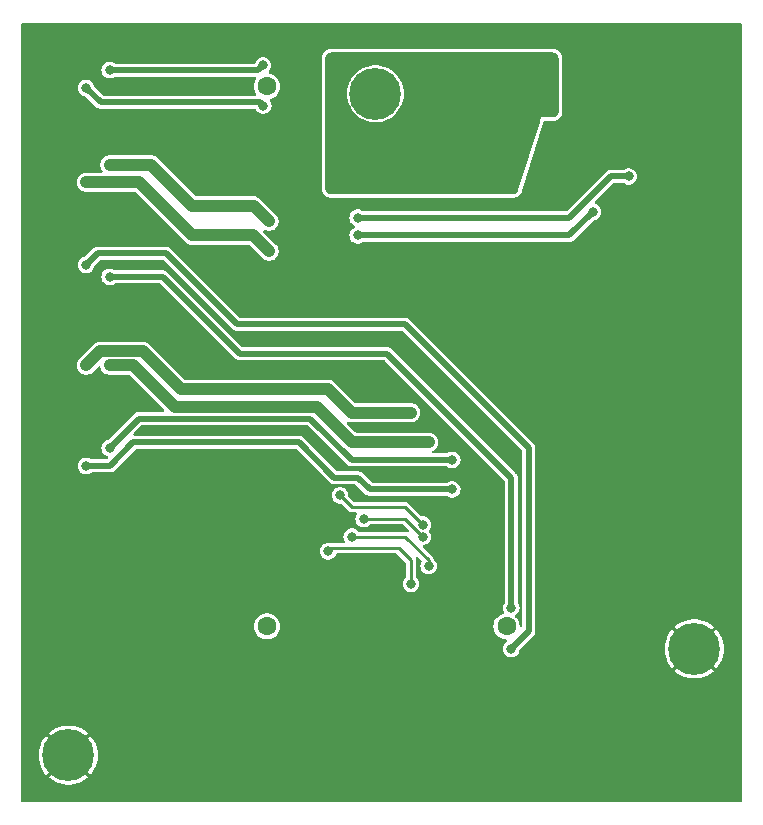
<source format=gbl>
%TF.GenerationSoftware,KiCad,Pcbnew,8.0.4*%
%TF.CreationDate,2024-09-18T19:52:04+02:00*%
%TF.ProjectId,fredo,66726564-6f2e-46b6-9963-61645f706362,rev?*%
%TF.SameCoordinates,Original*%
%TF.FileFunction,Copper,L2,Bot*%
%TF.FilePolarity,Positive*%
%FSLAX46Y46*%
G04 Gerber Fmt 4.6, Leading zero omitted, Abs format (unit mm)*
G04 Created by KiCad (PCBNEW 8.0.4) date 2024-09-18 19:52:04*
%MOMM*%
%LPD*%
G01*
G04 APERTURE LIST*
%TA.AperFunction,ComponentPad*%
%ADD10C,4.400000*%
%TD*%
%TA.AperFunction,ComponentPad*%
%ADD11C,1.600000*%
%TD*%
%TA.AperFunction,ViaPad*%
%ADD12C,0.800000*%
%TD*%
%TA.AperFunction,Conductor*%
%ADD13C,0.500000*%
%TD*%
%TA.AperFunction,Conductor*%
%ADD14C,1.000000*%
%TD*%
%TA.AperFunction,Conductor*%
%ADD15C,0.250000*%
%TD*%
G04 APERTURE END LIST*
D10*
%TO.P,H3,1,1*%
%TO.N,GND*%
X87000000Y-87000000D03*
%TD*%
D11*
%TO.P,J1,*%
%TO.N,*%
X50820000Y-39370000D03*
X50820000Y-85090000D03*
%TD*%
D10*
%TO.P,H2,1,1*%
%TO.N,GND*%
X34000000Y-96000000D03*
%TD*%
D11*
%TO.P,J2,*%
%TO.N,VSYS*%
X71100000Y-39370000D03*
%TO.N,*%
X71100000Y-85090000D03*
%TD*%
D10*
%TO.P,H1,1,1*%
%TO.N,GND*%
X60000000Y-40000000D03*
%TD*%
D12*
%TO.N,GND*%
X81000000Y-87000000D03*
X82500000Y-85500000D03*
X79500000Y-85500000D03*
X76000000Y-60000000D03*
X86000000Y-70500000D03*
X58500000Y-61000000D03*
X57000000Y-58500000D03*
X59000000Y-57500000D03*
X59000000Y-54500000D03*
X69500000Y-75000000D03*
X69500000Y-72500000D03*
X50500000Y-75000000D03*
X50500000Y-72500000D03*
%TO.N,I2C1_SCL{slash}GP7*%
X78425000Y-50000000D03*
X58500000Y-52000000D03*
%TO.N,I2C1_SDA{slash}GP6*%
X81425000Y-47000000D03*
X58500000Y-50500000D03*
%TO.N,UART1_TX{slash}SPI0_RX{slash}GP4*%
X37500000Y-46000000D03*
X51000000Y-50800000D03*
%TO.N,GP13*%
X63000000Y-81500000D03*
X56000000Y-78740000D03*
%TO.N,GND*%
X43500000Y-43000000D03*
X53000000Y-94500000D03*
X58500000Y-88500000D03*
X51000000Y-89000000D03*
X43500000Y-79000000D03*
X62000000Y-80500000D03*
X33500000Y-73000000D03*
X65500000Y-86000000D03*
X80000000Y-38000000D03*
X56500000Y-83500000D03*
X86000000Y-54500000D03*
X53500000Y-89000000D03*
X56500000Y-50500000D03*
X62000000Y-93500000D03*
X33500000Y-57000000D03*
X62000000Y-96500000D03*
X81000000Y-85500000D03*
X39000000Y-85000000D03*
X33500000Y-49000000D03*
X53000000Y-93000000D03*
X48000000Y-89000000D03*
X86000000Y-46500000D03*
X59500000Y-63500000D03*
X42000000Y-83500000D03*
X80925000Y-63000000D03*
X56500000Y-49500000D03*
X34500000Y-90500000D03*
X60000000Y-84000000D03*
X65500000Y-85000000D03*
X63000000Y-56000000D03*
X65500000Y-83000000D03*
X58500000Y-85000000D03*
X56500000Y-88500000D03*
X43500000Y-59000000D03*
X43500000Y-82000000D03*
X33000000Y-87500000D03*
X51000000Y-94500000D03*
X65500000Y-87000000D03*
X58500000Y-82000000D03*
X43500000Y-85000000D03*
X33000000Y-86300000D03*
X62000000Y-98000000D03*
X40500000Y-85000000D03*
X33000000Y-89000000D03*
X58500000Y-83500000D03*
X65500000Y-84000000D03*
X42000000Y-85000000D03*
X56500000Y-80500000D03*
X40500000Y-83500000D03*
X86000000Y-62500000D03*
X60000000Y-85500000D03*
X86000000Y-38500000D03*
X33000000Y-90500000D03*
X33500000Y-65000000D03*
X58500000Y-80500000D03*
X51000000Y-96000000D03*
X53000000Y-96000000D03*
X63000000Y-54500000D03*
X63000000Y-53000000D03*
X53000000Y-97500000D03*
X58500000Y-86500000D03*
X80500000Y-55000000D03*
X56500000Y-82000000D03*
X81500000Y-45000000D03*
X33500000Y-41000000D03*
X43500000Y-73000000D03*
X62000000Y-95000000D03*
X43500000Y-80500000D03*
X56500000Y-85000000D03*
X56500000Y-86500000D03*
X43500000Y-83500000D03*
X58500000Y-64500000D03*
%TO.N,UART1_RX{slash}SPI0_CS{slash}GP5*%
X35500000Y-47500000D03*
X51000000Y-53340000D03*
%TO.N,UART0_RX{slash}GP1*%
X35500000Y-39500000D03*
X50500000Y-41000000D03*
%TO.N,GP11*%
X59000000Y-76000000D03*
X64000000Y-77500000D03*
%TO.N,GP12*%
X64500000Y-80000000D03*
X58000000Y-77500000D03*
%TO.N,UART0_TX{slash}GP0*%
X50478149Y-37600000D03*
X37500000Y-38000000D03*
%TO.N,GP10*%
X57000000Y-74000000D03*
X64012653Y-76487347D03*
%TO.N,VSYS*%
X65000000Y-44500000D03*
X60500000Y-43000000D03*
X59000000Y-43000000D03*
X62000000Y-43000000D03*
X63500000Y-43000000D03*
X59500000Y-47000000D03*
X57500000Y-43000000D03*
X65000000Y-40000000D03*
X65000000Y-43000000D03*
X61000000Y-47000000D03*
X65000000Y-41500000D03*
X65000000Y-38500000D03*
%TO.N,GP16*%
X35500000Y-54500000D03*
X71500000Y-87000000D03*
%TO.N,GP17*%
X37500000Y-55500000D03*
X71500000Y-83500000D03*
%TO.N,GP18*%
X35500000Y-63000000D03*
X63000000Y-67000000D03*
%TO.N,GP19*%
X64500000Y-69500000D03*
X37500000Y-63000000D03*
%TO.N,GP20*%
X35500000Y-71500000D03*
X66500000Y-73500000D03*
%TO.N,GP21*%
X37500000Y-70000000D03*
X66500000Y-71000000D03*
%TD*%
D13*
%TO.N,I2C1_SCL{slash}GP7*%
X76425000Y-52000000D02*
X58500000Y-52000000D01*
X78425000Y-50000000D02*
X76425000Y-52000000D01*
%TO.N,I2C1_SDA{slash}GP6*%
X79925000Y-47000000D02*
X76425000Y-50500000D01*
X81425000Y-47000000D02*
X79925000Y-47000000D01*
X76425000Y-50500000D02*
X58500000Y-50500000D01*
D14*
%TO.N,UART1_TX{slash}SPI0_RX{slash}GP4*%
X49700000Y-49500000D02*
X44500000Y-49500000D01*
X41000000Y-46000000D02*
X44500000Y-49500000D01*
X51000000Y-50800000D02*
X49700000Y-49500000D01*
X37500000Y-46000000D02*
X41000000Y-46000000D01*
D15*
%TO.N,GP13*%
X56000000Y-78740000D02*
X56240000Y-78500000D01*
X62000000Y-78500000D02*
X63000000Y-79500000D01*
X56240000Y-78500000D02*
X62000000Y-78500000D01*
X63000000Y-79500000D02*
X63000000Y-81500000D01*
D14*
%TO.N,UART1_RX{slash}SPI0_CS{slash}GP5*%
X35500000Y-47500000D02*
X40000000Y-47500000D01*
X40000000Y-47500000D02*
X44500000Y-52000000D01*
X51000000Y-53340000D02*
X49660000Y-52000000D01*
X49660000Y-52000000D02*
X44500000Y-52000000D01*
D13*
%TO.N,UART0_RX{slash}GP1*%
X50232504Y-40732504D02*
X36732504Y-40732504D01*
X36732504Y-40732504D02*
X35500000Y-39500000D01*
X50500000Y-41000000D02*
X50232504Y-40732504D01*
D15*
%TO.N,GP11*%
X64000000Y-77500000D02*
X62500000Y-76000000D01*
X62500000Y-76000000D02*
X59000000Y-76000000D01*
%TO.N,GP12*%
X64500000Y-79500000D02*
X62500000Y-77500000D01*
X64500000Y-80000000D02*
X64500000Y-79500000D01*
X62500000Y-77500000D02*
X58000000Y-77500000D01*
D13*
%TO.N,UART0_TX{slash}GP0*%
X37507496Y-38007496D02*
X37500000Y-38000000D01*
X50478149Y-37600000D02*
X50070653Y-38007496D01*
X50070653Y-38007496D02*
X37507496Y-38007496D01*
D15*
%TO.N,GP10*%
X64012652Y-76487347D02*
X62525305Y-75000000D01*
X62525305Y-75000000D02*
X58000000Y-75000000D01*
X58000000Y-75000000D02*
X57000000Y-74000000D01*
X64012653Y-76487347D02*
X64012652Y-76487347D01*
D13*
%TO.N,GP16*%
X42250000Y-53500000D02*
X36500000Y-53500000D01*
X71500000Y-87000000D02*
X73000000Y-85500000D01*
X36500000Y-53500000D02*
X35500000Y-54500000D01*
X73000000Y-85500000D02*
X73000000Y-70000000D01*
X73000000Y-70000000D02*
X62500000Y-59500000D01*
X48250000Y-59500000D02*
X42250000Y-53500000D01*
X62500000Y-59500000D02*
X48250000Y-59500000D01*
%TO.N,GP17*%
X48500000Y-62000000D02*
X42000000Y-55500000D01*
X71500000Y-83500000D02*
X71500000Y-72500000D01*
X61000000Y-62000000D02*
X48500000Y-62000000D01*
X42000000Y-55500000D02*
X37500000Y-55500000D01*
X71500000Y-72500000D02*
X61000000Y-62000000D01*
D14*
%TO.N,GP18*%
X58000000Y-67000000D02*
X56000000Y-65000000D01*
X40300000Y-61800000D02*
X36700000Y-61800000D01*
X56000000Y-65000000D02*
X43500000Y-65000000D01*
X43500000Y-65000000D02*
X40300000Y-61800000D01*
X63000000Y-67000000D02*
X58000000Y-67000000D01*
X36700000Y-61800000D02*
X35500000Y-63000000D01*
%TO.N,GP19*%
X64500000Y-69500000D02*
X58000000Y-69500000D01*
X39500000Y-63000000D02*
X37500000Y-63000000D01*
X43050000Y-66550000D02*
X39500000Y-63000000D01*
X55050000Y-66550000D02*
X43050000Y-66550000D01*
X58000000Y-69500000D02*
X55050000Y-66550000D01*
D13*
%TO.N,GP20*%
X66500000Y-73500000D02*
X59500000Y-73500000D01*
X37500000Y-71500000D02*
X35500000Y-71500000D01*
X39500000Y-69500000D02*
X37500000Y-71500000D01*
X58500000Y-72500000D02*
X56500000Y-72500000D01*
X53500000Y-69500000D02*
X39500000Y-69500000D01*
X59500000Y-73500000D02*
X58500000Y-72500000D01*
X56500000Y-72500000D02*
X53500000Y-69500000D01*
%TO.N,GP21*%
X54500000Y-67500000D02*
X40000000Y-67500000D01*
X58000000Y-71000000D02*
X54500000Y-67500000D01*
X66500000Y-71000000D02*
X58000000Y-71000000D01*
X40000000Y-67500000D02*
X37500000Y-70000000D01*
%TD*%
%TA.AperFunction,Conductor*%
%TO.N,VSYS*%
G36*
X75008059Y-36501061D02*
G01*
X75113223Y-36514906D01*
X75144491Y-36523284D01*
X75234918Y-36560740D01*
X75262952Y-36576925D01*
X75340602Y-36636509D01*
X75363491Y-36659398D01*
X75423074Y-36737048D01*
X75439259Y-36765081D01*
X75476715Y-36855508D01*
X75485093Y-36886775D01*
X75498939Y-36991939D01*
X75500000Y-37008125D01*
X75500000Y-41491874D01*
X75498939Y-41508060D01*
X75485093Y-41613224D01*
X75476715Y-41644491D01*
X75439259Y-41734918D01*
X75423074Y-41762951D01*
X75363491Y-41840601D01*
X75340601Y-41863491D01*
X75262951Y-41923074D01*
X75234918Y-41939259D01*
X75144491Y-41976715D01*
X75113224Y-41985093D01*
X75019398Y-41997446D01*
X75008058Y-41998939D01*
X74991874Y-42000000D01*
X74000000Y-42000000D01*
X73891399Y-42352951D01*
X73891398Y-42352955D01*
X72111507Y-48137599D01*
X72104236Y-48155908D01*
X72047429Y-48271279D01*
X72024719Y-48303321D01*
X71941689Y-48387994D01*
X71910095Y-48411329D01*
X71804748Y-48465787D01*
X71767444Y-48478069D01*
X71653498Y-48496345D01*
X71640469Y-48498435D01*
X71620833Y-48500000D01*
X56258126Y-48500000D01*
X56241941Y-48498939D01*
X56228917Y-48497224D01*
X56136775Y-48485093D01*
X56105508Y-48476715D01*
X56015081Y-48439259D01*
X55987048Y-48423074D01*
X55909398Y-48363491D01*
X55886508Y-48340601D01*
X55826925Y-48262951D01*
X55810740Y-48234918D01*
X55773284Y-48144491D01*
X55764906Y-48113223D01*
X55751061Y-48008059D01*
X55750000Y-47991874D01*
X55750000Y-39999994D01*
X57594754Y-39999994D01*
X57594754Y-40000005D01*
X57613718Y-40301446D01*
X57613719Y-40301453D01*
X57670320Y-40598164D01*
X57763659Y-40885431D01*
X57763661Y-40885436D01*
X57892265Y-41158732D01*
X57892268Y-41158738D01*
X58054111Y-41413763D01*
X58054114Y-41413767D01*
X58054115Y-41413768D01*
X58219119Y-41613224D01*
X58246652Y-41646505D01*
X58466836Y-41853272D01*
X58466846Y-41853280D01*
X58711193Y-42030808D01*
X58711198Y-42030810D01*
X58711205Y-42030816D01*
X58975896Y-42176332D01*
X58975901Y-42176334D01*
X58975903Y-42176335D01*
X58975904Y-42176336D01*
X59256734Y-42287524D01*
X59256737Y-42287525D01*
X59354259Y-42312564D01*
X59549302Y-42362642D01*
X59696039Y-42381179D01*
X59848963Y-42400499D01*
X59848969Y-42400499D01*
X59848973Y-42400500D01*
X59848975Y-42400500D01*
X60151025Y-42400500D01*
X60151027Y-42400500D01*
X60151032Y-42400499D01*
X60151036Y-42400499D01*
X60230591Y-42390448D01*
X60450698Y-42362642D01*
X60743262Y-42287525D01*
X60743265Y-42287524D01*
X61024095Y-42176336D01*
X61024096Y-42176335D01*
X61024094Y-42176335D01*
X61024104Y-42176332D01*
X61288795Y-42030816D01*
X61533162Y-41853274D01*
X61753349Y-41646504D01*
X61945885Y-41413768D01*
X62107733Y-41158736D01*
X62236341Y-40885430D01*
X62329681Y-40598160D01*
X62386280Y-40301457D01*
X62405246Y-40000000D01*
X62386280Y-39698543D01*
X62329681Y-39401840D01*
X62236341Y-39114570D01*
X62107733Y-38841264D01*
X61945885Y-38586232D01*
X61753349Y-38353496D01*
X61533162Y-38146726D01*
X61533159Y-38146724D01*
X61533153Y-38146719D01*
X61288806Y-37969191D01*
X61288799Y-37969186D01*
X61288795Y-37969184D01*
X61024104Y-37823668D01*
X61024101Y-37823666D01*
X61024096Y-37823664D01*
X61024095Y-37823663D01*
X60743265Y-37712475D01*
X60743262Y-37712474D01*
X60450695Y-37637357D01*
X60151036Y-37599500D01*
X60151027Y-37599500D01*
X59848973Y-37599500D01*
X59848963Y-37599500D01*
X59549304Y-37637357D01*
X59256737Y-37712474D01*
X59256734Y-37712475D01*
X58975904Y-37823663D01*
X58975903Y-37823664D01*
X58711205Y-37969184D01*
X58711193Y-37969191D01*
X58466846Y-38146719D01*
X58466836Y-38146727D01*
X58246652Y-38353494D01*
X58054111Y-38586236D01*
X57892268Y-38841261D01*
X57892265Y-38841267D01*
X57763661Y-39114563D01*
X57763659Y-39114568D01*
X57670320Y-39401835D01*
X57613719Y-39698546D01*
X57613718Y-39698553D01*
X57594754Y-39999994D01*
X55750000Y-39999994D01*
X55750000Y-37008125D01*
X55751061Y-36991940D01*
X55764906Y-36886776D01*
X55773284Y-36855508D01*
X55810740Y-36765081D01*
X55826923Y-36737050D01*
X55886513Y-36659392D01*
X55909392Y-36636513D01*
X55987050Y-36576923D01*
X56015079Y-36560740D01*
X56105509Y-36523283D01*
X56136775Y-36514906D01*
X56241941Y-36501061D01*
X56258126Y-36500000D01*
X74991874Y-36500000D01*
X75008059Y-36501061D01*
G37*
%TD.AperFunction*%
%TD*%
%TA.AperFunction,Conductor*%
%TO.N,GND*%
G36*
X90943039Y-34019685D02*
G01*
X90988794Y-34072489D01*
X91000000Y-34124000D01*
X91000000Y-99876000D01*
X90980315Y-99943039D01*
X90927511Y-99988794D01*
X90876000Y-100000000D01*
X30124000Y-100000000D01*
X30056961Y-99980315D01*
X30011206Y-99927511D01*
X30000000Y-99876000D01*
X30000000Y-95999994D01*
X31495057Y-95999994D01*
X31495057Y-96000005D01*
X31514807Y-96313942D01*
X31514808Y-96313949D01*
X31573755Y-96622958D01*
X31670963Y-96922132D01*
X31670965Y-96922137D01*
X31804900Y-97206761D01*
X31804903Y-97206767D01*
X31973455Y-97472364D01*
X32128312Y-97659554D01*
X33123219Y-96664647D01*
X33160967Y-96716602D01*
X33283398Y-96839033D01*
X33335351Y-96876779D01*
X32340759Y-97871371D01*
X32340759Y-97871372D01*
X32403296Y-97930098D01*
X32657772Y-98114985D01*
X32657790Y-98114996D01*
X32933447Y-98266540D01*
X32933455Y-98266544D01*
X33225926Y-98382340D01*
X33530620Y-98460573D01*
X33530629Y-98460575D01*
X33842701Y-98499999D01*
X33842715Y-98500000D01*
X34157285Y-98500000D01*
X34157298Y-98499999D01*
X34469370Y-98460575D01*
X34469379Y-98460573D01*
X34774073Y-98382340D01*
X35066544Y-98266544D01*
X35066552Y-98266540D01*
X35342209Y-98114996D01*
X35342219Y-98114990D01*
X35596715Y-97930087D01*
X35659239Y-97871372D01*
X35659239Y-97871371D01*
X34664647Y-96876779D01*
X34716602Y-96839033D01*
X34839033Y-96716602D01*
X34876779Y-96664647D01*
X35871686Y-97659555D01*
X36026539Y-97472371D01*
X36026542Y-97472367D01*
X36195096Y-97206767D01*
X36195099Y-97206761D01*
X36329034Y-96922137D01*
X36329036Y-96922132D01*
X36426244Y-96622958D01*
X36485191Y-96313949D01*
X36485192Y-96313942D01*
X36504943Y-96000005D01*
X36504943Y-95999994D01*
X36485192Y-95686057D01*
X36485191Y-95686050D01*
X36426244Y-95377041D01*
X36329036Y-95077867D01*
X36329034Y-95077862D01*
X36195099Y-94793238D01*
X36195096Y-94793232D01*
X36026544Y-94527635D01*
X35871685Y-94340443D01*
X34876778Y-95335351D01*
X34839033Y-95283398D01*
X34716602Y-95160967D01*
X34664647Y-95123220D01*
X35659239Y-94128627D01*
X35659239Y-94128626D01*
X35596712Y-94069909D01*
X35596702Y-94069901D01*
X35342227Y-93885014D01*
X35342209Y-93885003D01*
X35066552Y-93733459D01*
X35066544Y-93733455D01*
X34774073Y-93617659D01*
X34469379Y-93539426D01*
X34469370Y-93539424D01*
X34157298Y-93500000D01*
X33842701Y-93500000D01*
X33530629Y-93539424D01*
X33530620Y-93539426D01*
X33225926Y-93617659D01*
X32933455Y-93733455D01*
X32933447Y-93733459D01*
X32657790Y-93885003D01*
X32657772Y-93885014D01*
X32403297Y-94069901D01*
X32403287Y-94069909D01*
X32340759Y-94128626D01*
X32340758Y-94128627D01*
X33335352Y-95123220D01*
X33283398Y-95160967D01*
X33160967Y-95283398D01*
X33123220Y-95335351D01*
X32128312Y-94340443D01*
X32128311Y-94340443D01*
X31973459Y-94527629D01*
X31973457Y-94527632D01*
X31804903Y-94793232D01*
X31804900Y-94793238D01*
X31670965Y-95077862D01*
X31670963Y-95077867D01*
X31573755Y-95377041D01*
X31514808Y-95686050D01*
X31514807Y-95686057D01*
X31495057Y-95999994D01*
X30000000Y-95999994D01*
X30000000Y-85089999D01*
X49714785Y-85089999D01*
X49714785Y-85090000D01*
X49733602Y-85293082D01*
X49789417Y-85489247D01*
X49789422Y-85489260D01*
X49880327Y-85671821D01*
X50003237Y-85834581D01*
X50153958Y-85971980D01*
X50153960Y-85971982D01*
X50167863Y-85980590D01*
X50327363Y-86079348D01*
X50517544Y-86153024D01*
X50718024Y-86190500D01*
X50718026Y-86190500D01*
X50921974Y-86190500D01*
X50921976Y-86190500D01*
X51122456Y-86153024D01*
X51312637Y-86079348D01*
X51486041Y-85971981D01*
X51636764Y-85834579D01*
X51759673Y-85671821D01*
X51850582Y-85489250D01*
X51906397Y-85293083D01*
X51925215Y-85090000D01*
X51906397Y-84886917D01*
X51850582Y-84690750D01*
X51759673Y-84508179D01*
X51636764Y-84345421D01*
X51636762Y-84345418D01*
X51486041Y-84208019D01*
X51486039Y-84208017D01*
X51312642Y-84100655D01*
X51312635Y-84100651D01*
X51217546Y-84063814D01*
X51122456Y-84026976D01*
X50921976Y-83989500D01*
X50718024Y-83989500D01*
X50517544Y-84026976D01*
X50517541Y-84026976D01*
X50517541Y-84026977D01*
X50327364Y-84100651D01*
X50327357Y-84100655D01*
X50153960Y-84208017D01*
X50153958Y-84208019D01*
X50003237Y-84345418D01*
X49880327Y-84508178D01*
X49789422Y-84690739D01*
X49789417Y-84690752D01*
X49733602Y-84886917D01*
X49714785Y-85089999D01*
X30000000Y-85089999D01*
X30000000Y-78740000D01*
X55294355Y-78740000D01*
X55314859Y-78908869D01*
X55314860Y-78908874D01*
X55375182Y-79067931D01*
X55437475Y-79158177D01*
X55471817Y-79207929D01*
X55506596Y-79238740D01*
X55599150Y-79320736D01*
X55749773Y-79399789D01*
X55749775Y-79399790D01*
X55914944Y-79440500D01*
X56085056Y-79440500D01*
X56250225Y-79399790D01*
X56372223Y-79335760D01*
X56400849Y-79320736D01*
X56400850Y-79320734D01*
X56400852Y-79320734D01*
X56528183Y-79207929D01*
X56624818Y-79067930D01*
X56648483Y-79005528D01*
X56690661Y-78949826D01*
X56756258Y-78925769D01*
X56764425Y-78925500D01*
X61772390Y-78925500D01*
X61839429Y-78945185D01*
X61860071Y-78961819D01*
X62538181Y-79639929D01*
X62571666Y-79701252D01*
X62574500Y-79727610D01*
X62574500Y-80885294D01*
X62554815Y-80952333D01*
X62532727Y-80978109D01*
X62471818Y-81032069D01*
X62375182Y-81172068D01*
X62314860Y-81331125D01*
X62314859Y-81331130D01*
X62294355Y-81500000D01*
X62314859Y-81668869D01*
X62314860Y-81668874D01*
X62375182Y-81827931D01*
X62437475Y-81918177D01*
X62471817Y-81967929D01*
X62577505Y-82061560D01*
X62599150Y-82080736D01*
X62749773Y-82159789D01*
X62749775Y-82159790D01*
X62914944Y-82200500D01*
X63085056Y-82200500D01*
X63250225Y-82159790D01*
X63329692Y-82118081D01*
X63400849Y-82080736D01*
X63400850Y-82080734D01*
X63400852Y-82080734D01*
X63528183Y-81967929D01*
X63624818Y-81827930D01*
X63685140Y-81668872D01*
X63705645Y-81500000D01*
X63685140Y-81331128D01*
X63624818Y-81172070D01*
X63528183Y-81032071D01*
X63528181Y-81032069D01*
X63467273Y-80978109D01*
X63430146Y-80918920D01*
X63425500Y-80885294D01*
X63425500Y-79443984D01*
X63425500Y-79443982D01*
X63396503Y-79335763D01*
X63396500Y-79335759D01*
X63396407Y-79335532D01*
X63396384Y-79335321D01*
X63394399Y-79327912D01*
X63395554Y-79327602D01*
X63388937Y-79266063D01*
X63420211Y-79203583D01*
X63480299Y-79167929D01*
X63550124Y-79170422D01*
X63598648Y-79200396D01*
X63881798Y-79483546D01*
X63915283Y-79544869D01*
X63910299Y-79614561D01*
X63896168Y-79641666D01*
X63875182Y-79672069D01*
X63814860Y-79831125D01*
X63814859Y-79831130D01*
X63794355Y-80000000D01*
X63814859Y-80168869D01*
X63814860Y-80168874D01*
X63875182Y-80327931D01*
X63937475Y-80418177D01*
X63971817Y-80467929D01*
X64077505Y-80561560D01*
X64099150Y-80580736D01*
X64249773Y-80659789D01*
X64249775Y-80659790D01*
X64414944Y-80700500D01*
X64585056Y-80700500D01*
X64750225Y-80659790D01*
X64829692Y-80618081D01*
X64900849Y-80580736D01*
X64900850Y-80580734D01*
X64900852Y-80580734D01*
X65028183Y-80467929D01*
X65124818Y-80327930D01*
X65185140Y-80168872D01*
X65205645Y-80000000D01*
X65185140Y-79831128D01*
X65124818Y-79672070D01*
X65103831Y-79641666D01*
X65028184Y-79532073D01*
X65028183Y-79532071D01*
X65028180Y-79532068D01*
X65028178Y-79532066D01*
X64952388Y-79464922D01*
X64915261Y-79405733D01*
X64914840Y-79404201D01*
X64896503Y-79335763D01*
X64840485Y-79238737D01*
X64012948Y-78411200D01*
X63979463Y-78349877D01*
X63984447Y-78280185D01*
X64026319Y-78224252D01*
X64078066Y-78203484D01*
X64077773Y-78202295D01*
X64085056Y-78200500D01*
X64250225Y-78159790D01*
X64329692Y-78118081D01*
X64400849Y-78080736D01*
X64400850Y-78080734D01*
X64400852Y-78080734D01*
X64528183Y-77967929D01*
X64624818Y-77827930D01*
X64685140Y-77668872D01*
X64705645Y-77500000D01*
X64685140Y-77331128D01*
X64624818Y-77172070D01*
X64556625Y-77073276D01*
X64534743Y-77006924D01*
X64552208Y-76939273D01*
X64556608Y-76932425D01*
X64637471Y-76815277D01*
X64697793Y-76656219D01*
X64718298Y-76487347D01*
X64697793Y-76318475D01*
X64637471Y-76159417D01*
X64540836Y-76019418D01*
X64413505Y-75906613D01*
X64413502Y-75906610D01*
X64262879Y-75827557D01*
X64097709Y-75786847D01*
X63965261Y-75786847D01*
X63898222Y-75767162D01*
X63877580Y-75750528D01*
X62786570Y-74659517D01*
X62786569Y-74659516D01*
X62786568Y-74659515D01*
X62689542Y-74603497D01*
X62581323Y-74574500D01*
X62581322Y-74574500D01*
X58227610Y-74574500D01*
X58160571Y-74554815D01*
X58139929Y-74538181D01*
X57737087Y-74135339D01*
X57703602Y-74074016D01*
X57701672Y-74032715D01*
X57705645Y-74000000D01*
X57685140Y-73831128D01*
X57624818Y-73672070D01*
X57622608Y-73668869D01*
X57590476Y-73622318D01*
X57528183Y-73532071D01*
X57400852Y-73419266D01*
X57400849Y-73419263D01*
X57250226Y-73340210D01*
X57085056Y-73299500D01*
X56914944Y-73299500D01*
X56749773Y-73340210D01*
X56599150Y-73419263D01*
X56471816Y-73532072D01*
X56375182Y-73672068D01*
X56314860Y-73831125D01*
X56314859Y-73831130D01*
X56294355Y-74000000D01*
X56314859Y-74168869D01*
X56314860Y-74168874D01*
X56375182Y-74327931D01*
X56437475Y-74418177D01*
X56471817Y-74467929D01*
X56569891Y-74554815D01*
X56599150Y-74580736D01*
X56749247Y-74659513D01*
X56749775Y-74659790D01*
X56914944Y-74700500D01*
X57047390Y-74700500D01*
X57114429Y-74720185D01*
X57135071Y-74736819D01*
X57738737Y-75340485D01*
X57835763Y-75396503D01*
X57943982Y-75425500D01*
X58056019Y-75425500D01*
X58309115Y-75425500D01*
X58376154Y-75445185D01*
X58421909Y-75497989D01*
X58431853Y-75567147D01*
X58411165Y-75619940D01*
X58375182Y-75672068D01*
X58314860Y-75831125D01*
X58314859Y-75831130D01*
X58294355Y-76000000D01*
X58314859Y-76168869D01*
X58314860Y-76168874D01*
X58375182Y-76327931D01*
X58437475Y-76418177D01*
X58471817Y-76467929D01*
X58577505Y-76561560D01*
X58599150Y-76580736D01*
X58742965Y-76656216D01*
X58749775Y-76659790D01*
X58914944Y-76700500D01*
X59085056Y-76700500D01*
X59250225Y-76659790D01*
X59329692Y-76618081D01*
X59400849Y-76580736D01*
X59400850Y-76580734D01*
X59400852Y-76580734D01*
X59528183Y-76467929D01*
X59528185Y-76467925D01*
X59528767Y-76467270D01*
X59529312Y-76466927D01*
X59533797Y-76462955D01*
X59534457Y-76463700D01*
X59587958Y-76430145D01*
X59621580Y-76425500D01*
X62272390Y-76425500D01*
X62339429Y-76445185D01*
X62360071Y-76461819D01*
X62799604Y-76901352D01*
X62833089Y-76962674D01*
X62828105Y-77032365D01*
X62786234Y-77088299D01*
X62720769Y-77112716D01*
X62672286Y-77104861D01*
X62672088Y-77105601D01*
X62664804Y-77103649D01*
X62664481Y-77103597D01*
X62664246Y-77103499D01*
X62598696Y-77085935D01*
X62556018Y-77074500D01*
X62556017Y-77074500D01*
X58621580Y-77074500D01*
X58554541Y-77054815D01*
X58533799Y-77037042D01*
X58533797Y-77037045D01*
X58533627Y-77036894D01*
X58528767Y-77032730D01*
X58528185Y-77032073D01*
X58400849Y-76919263D01*
X58250226Y-76840210D01*
X58085056Y-76799500D01*
X57914944Y-76799500D01*
X57749773Y-76840210D01*
X57599150Y-76919263D01*
X57471816Y-77032072D01*
X57375182Y-77172068D01*
X57314860Y-77331125D01*
X57314859Y-77331130D01*
X57294355Y-77500000D01*
X57314859Y-77668869D01*
X57314860Y-77668874D01*
X57375182Y-77827931D01*
X57411165Y-77880060D01*
X57433048Y-77946414D01*
X57415583Y-78014066D01*
X57364315Y-78061536D01*
X57309115Y-78074500D01*
X56242115Y-78074500D01*
X56212440Y-78070897D01*
X56085056Y-78039500D01*
X55914944Y-78039500D01*
X55749773Y-78080210D01*
X55599150Y-78159263D01*
X55471816Y-78272072D01*
X55375182Y-78412068D01*
X55314860Y-78571125D01*
X55314859Y-78571130D01*
X55294355Y-78740000D01*
X30000000Y-78740000D01*
X30000000Y-62921153D01*
X34699500Y-62921153D01*
X34699500Y-63078846D01*
X34730261Y-63233489D01*
X34730264Y-63233501D01*
X34790602Y-63379172D01*
X34790609Y-63379185D01*
X34878210Y-63510288D01*
X34878213Y-63510292D01*
X34989707Y-63621786D01*
X34989711Y-63621789D01*
X35120814Y-63709390D01*
X35120827Y-63709397D01*
X35266498Y-63769735D01*
X35266503Y-63769737D01*
X35421153Y-63800499D01*
X35421156Y-63800500D01*
X35421158Y-63800500D01*
X35578844Y-63800500D01*
X35578845Y-63800499D01*
X35733497Y-63769737D01*
X35879179Y-63709394D01*
X36010289Y-63621789D01*
X36511193Y-63120883D01*
X36572516Y-63087399D01*
X36642207Y-63092383D01*
X36698141Y-63134254D01*
X36720491Y-63184373D01*
X36730261Y-63233491D01*
X36730264Y-63233501D01*
X36790602Y-63379172D01*
X36790609Y-63379185D01*
X36878210Y-63510288D01*
X36878213Y-63510292D01*
X36989707Y-63621786D01*
X36989711Y-63621789D01*
X37120814Y-63709390D01*
X37120827Y-63709397D01*
X37266498Y-63769735D01*
X37266503Y-63769737D01*
X37421153Y-63800499D01*
X37421156Y-63800500D01*
X37421158Y-63800500D01*
X39117060Y-63800500D01*
X39184099Y-63820185D01*
X39204741Y-63836819D01*
X42105741Y-66737819D01*
X42139226Y-66799142D01*
X42134242Y-66868834D01*
X42092370Y-66924767D01*
X42026906Y-66949184D01*
X42018060Y-66949500D01*
X39927525Y-66949500D01*
X39822517Y-66977637D01*
X39787514Y-66987016D01*
X39661986Y-67059489D01*
X39661983Y-67059491D01*
X37448718Y-69272756D01*
X37390712Y-69305472D01*
X37249773Y-69340210D01*
X37099150Y-69419263D01*
X36971816Y-69532072D01*
X36875182Y-69672068D01*
X36814860Y-69831125D01*
X36814859Y-69831130D01*
X36794355Y-70000000D01*
X36814859Y-70168869D01*
X36814860Y-70168874D01*
X36875182Y-70327931D01*
X36883658Y-70340210D01*
X36971817Y-70467929D01*
X37044219Y-70532071D01*
X37099150Y-70580736D01*
X37249774Y-70659790D01*
X37272405Y-70665367D01*
X37286538Y-70668851D01*
X37346919Y-70704006D01*
X37378708Y-70766225D01*
X37371813Y-70835754D01*
X37344546Y-70876928D01*
X37308295Y-70913180D01*
X37246973Y-70946666D01*
X37220613Y-70949500D01*
X35982006Y-70949500D01*
X35914967Y-70929815D01*
X35902925Y-70920697D01*
X35900845Y-70919261D01*
X35750226Y-70840210D01*
X35585056Y-70799500D01*
X35414944Y-70799500D01*
X35249773Y-70840210D01*
X35099150Y-70919263D01*
X34971816Y-71032072D01*
X34875182Y-71172068D01*
X34814860Y-71331125D01*
X34814859Y-71331130D01*
X34801578Y-71440510D01*
X34794355Y-71500000D01*
X34795932Y-71512984D01*
X34814859Y-71668869D01*
X34814860Y-71668874D01*
X34875182Y-71827931D01*
X34934027Y-71913181D01*
X34971817Y-71967929D01*
X35022673Y-72012983D01*
X35099150Y-72080736D01*
X35249773Y-72159789D01*
X35249775Y-72159790D01*
X35414944Y-72200500D01*
X35585056Y-72200500D01*
X35750225Y-72159790D01*
X35839547Y-72112909D01*
X35900845Y-72080738D01*
X35900846Y-72080736D01*
X35900852Y-72080734D01*
X35900856Y-72080730D01*
X35907020Y-72076476D01*
X35907960Y-72077839D01*
X35963011Y-72051963D01*
X35982006Y-72050500D01*
X37572472Y-72050500D01*
X37572474Y-72050500D01*
X37572475Y-72050500D01*
X37712485Y-72012984D01*
X37757463Y-71987016D01*
X37838015Y-71940510D01*
X39691706Y-70086819D01*
X39753029Y-70053334D01*
X39779387Y-70050500D01*
X53220613Y-70050500D01*
X53287652Y-70070185D01*
X53308294Y-70086819D01*
X54771976Y-71550500D01*
X56161986Y-72940510D01*
X56242537Y-72987016D01*
X56287515Y-73012984D01*
X56427525Y-73050500D01*
X56427526Y-73050500D01*
X56572474Y-73050500D01*
X58220613Y-73050500D01*
X58287652Y-73070185D01*
X58308294Y-73086819D01*
X58753547Y-73532071D01*
X59161986Y-73940510D01*
X59265026Y-74000000D01*
X59287515Y-74012984D01*
X59427525Y-74050500D01*
X59427526Y-74050500D01*
X59572475Y-74050500D01*
X66017994Y-74050500D01*
X66085033Y-74070185D01*
X66097074Y-74079302D01*
X66099154Y-74080738D01*
X66249773Y-74159789D01*
X66249775Y-74159790D01*
X66414944Y-74200500D01*
X66585056Y-74200500D01*
X66750225Y-74159790D01*
X66878154Y-74092647D01*
X66900849Y-74080736D01*
X66900850Y-74080734D01*
X66900852Y-74080734D01*
X67028183Y-73967929D01*
X67124818Y-73827930D01*
X67185140Y-73668872D01*
X67205645Y-73500000D01*
X67185140Y-73331128D01*
X67124818Y-73172070D01*
X67028183Y-73032071D01*
X66924829Y-72940508D01*
X66900849Y-72919263D01*
X66750226Y-72840210D01*
X66585056Y-72799500D01*
X66414944Y-72799500D01*
X66249773Y-72840210D01*
X66099154Y-72919261D01*
X66092980Y-72923524D01*
X66092039Y-72922160D01*
X66036989Y-72948037D01*
X66017994Y-72949500D01*
X59779386Y-72949500D01*
X59712347Y-72929815D01*
X59691705Y-72913181D01*
X58838016Y-72059491D01*
X58838015Y-72059490D01*
X58712485Y-71987016D01*
X58641252Y-71967929D01*
X58641251Y-71967928D01*
X58590903Y-71954437D01*
X58572475Y-71949500D01*
X58572474Y-71949500D01*
X56779386Y-71949500D01*
X56712347Y-71929815D01*
X56691705Y-71913181D01*
X53838016Y-69059491D01*
X53838015Y-69059490D01*
X53712485Y-68987016D01*
X53712486Y-68987016D01*
X53677482Y-68977637D01*
X53572475Y-68949500D01*
X39628386Y-68949500D01*
X39561347Y-68929815D01*
X39515592Y-68877011D01*
X39505648Y-68807853D01*
X39534673Y-68744297D01*
X39540705Y-68737819D01*
X40191706Y-68086819D01*
X40253029Y-68053334D01*
X40279387Y-68050500D01*
X54220613Y-68050500D01*
X54287652Y-68070185D01*
X54308294Y-68086819D01*
X57661985Y-71440510D01*
X57765026Y-71500000D01*
X57787515Y-71512984D01*
X57927525Y-71550500D01*
X66017994Y-71550500D01*
X66085033Y-71570185D01*
X66097074Y-71579302D01*
X66099154Y-71580738D01*
X66249773Y-71659789D01*
X66249775Y-71659790D01*
X66414944Y-71700500D01*
X66585056Y-71700500D01*
X66750225Y-71659790D01*
X66829692Y-71618081D01*
X66900849Y-71580736D01*
X66900850Y-71580734D01*
X66900852Y-71580734D01*
X67028183Y-71467929D01*
X67124818Y-71327930D01*
X67185140Y-71168872D01*
X67205645Y-71000000D01*
X67185140Y-70831128D01*
X67124818Y-70672070D01*
X67028183Y-70532071D01*
X66933316Y-70448026D01*
X66900849Y-70419263D01*
X66750226Y-70340210D01*
X66585056Y-70299500D01*
X66414944Y-70299500D01*
X66249773Y-70340210D01*
X66099154Y-70419261D01*
X66092980Y-70423524D01*
X66092039Y-70422160D01*
X66036989Y-70448037D01*
X66017994Y-70449500D01*
X64922902Y-70449500D01*
X64855863Y-70429815D01*
X64810108Y-70377011D01*
X64800164Y-70307853D01*
X64829189Y-70244297D01*
X64875451Y-70210938D01*
X64879179Y-70209394D01*
X65010289Y-70121789D01*
X65121789Y-70010289D01*
X65209394Y-69879179D01*
X65229299Y-69831125D01*
X65269737Y-69733497D01*
X65269737Y-69733495D01*
X65300500Y-69578842D01*
X65300500Y-69421158D01*
X65300500Y-69421155D01*
X65300499Y-69421153D01*
X65277488Y-69305472D01*
X65269737Y-69266503D01*
X65269735Y-69266498D01*
X65209397Y-69120827D01*
X65209390Y-69120814D01*
X65121789Y-68989711D01*
X65121786Y-68989707D01*
X65010292Y-68878213D01*
X65010288Y-68878210D01*
X64879185Y-68790609D01*
X64879172Y-68790602D01*
X64733501Y-68730264D01*
X64733489Y-68730261D01*
X64578845Y-68699500D01*
X64578842Y-68699500D01*
X58382940Y-68699500D01*
X58315901Y-68679815D01*
X58295259Y-68663181D01*
X57584745Y-67952666D01*
X57551260Y-67891343D01*
X57556244Y-67821651D01*
X57598116Y-67765718D01*
X57663580Y-67741301D01*
X57719874Y-67750423D01*
X57766503Y-67769737D01*
X57921153Y-67800499D01*
X57921156Y-67800500D01*
X57921158Y-67800500D01*
X63078844Y-67800500D01*
X63078845Y-67800499D01*
X63233497Y-67769737D01*
X63379179Y-67709394D01*
X63510289Y-67621789D01*
X63621789Y-67510289D01*
X63709394Y-67379179D01*
X63769737Y-67233497D01*
X63800500Y-67078842D01*
X63800500Y-66921158D01*
X63800500Y-66921155D01*
X63800499Y-66921153D01*
X63769738Y-66766510D01*
X63769737Y-66766503D01*
X63757856Y-66737819D01*
X63709397Y-66620827D01*
X63709390Y-66620814D01*
X63621789Y-66489711D01*
X63621786Y-66489707D01*
X63510292Y-66378213D01*
X63510288Y-66378210D01*
X63379185Y-66290609D01*
X63379172Y-66290602D01*
X63233501Y-66230264D01*
X63233489Y-66230261D01*
X63078845Y-66199500D01*
X63078842Y-66199500D01*
X58382940Y-66199500D01*
X58315901Y-66179815D01*
X58295259Y-66163181D01*
X56510292Y-64378213D01*
X56510288Y-64378210D01*
X56379185Y-64290609D01*
X56379172Y-64290602D01*
X56233501Y-64230264D01*
X56233489Y-64230261D01*
X56078845Y-64199500D01*
X56078842Y-64199500D01*
X43882940Y-64199500D01*
X43815901Y-64179815D01*
X43795259Y-64163181D01*
X40810292Y-61178213D01*
X40810288Y-61178210D01*
X40679185Y-61090609D01*
X40679172Y-61090602D01*
X40533501Y-61030264D01*
X40533489Y-61030261D01*
X40378845Y-60999500D01*
X40378842Y-60999500D01*
X36778842Y-60999500D01*
X36621157Y-60999500D01*
X36621155Y-60999500D01*
X36466508Y-61030261D01*
X36466498Y-61030264D01*
X36320827Y-61090602D01*
X36320814Y-61090609D01*
X36189712Y-61178209D01*
X36133962Y-61233960D01*
X36078211Y-61289711D01*
X36078209Y-61289713D01*
X34878213Y-62489707D01*
X34878210Y-62489711D01*
X34790609Y-62620814D01*
X34790602Y-62620827D01*
X34730264Y-62766498D01*
X34730261Y-62766510D01*
X34699500Y-62921153D01*
X30000000Y-62921153D01*
X30000000Y-54500000D01*
X34794355Y-54500000D01*
X34814859Y-54668869D01*
X34814860Y-54668874D01*
X34875182Y-54827931D01*
X34883658Y-54840210D01*
X34971817Y-54967929D01*
X35044219Y-55032071D01*
X35099150Y-55080736D01*
X35249773Y-55159789D01*
X35249775Y-55159790D01*
X35414944Y-55200500D01*
X35585056Y-55200500D01*
X35750225Y-55159790D01*
X35829692Y-55118081D01*
X35900849Y-55080736D01*
X35900850Y-55080734D01*
X35900852Y-55080734D01*
X36028183Y-54967929D01*
X36124818Y-54827930D01*
X36185140Y-54668872D01*
X36190414Y-54625428D01*
X36218034Y-54561252D01*
X36225818Y-54552704D01*
X36691705Y-54086819D01*
X36753028Y-54053334D01*
X36779386Y-54050500D01*
X41970613Y-54050500D01*
X42037652Y-54070185D01*
X42058294Y-54086819D01*
X47911985Y-59940510D01*
X48037515Y-60012984D01*
X48177525Y-60050500D01*
X62220613Y-60050500D01*
X62287652Y-60070185D01*
X62308294Y-60086819D01*
X72413181Y-70191706D01*
X72446666Y-70253029D01*
X72449500Y-70279387D01*
X72449500Y-83458362D01*
X72437367Y-83499678D01*
X72447821Y-83521298D01*
X72449500Y-83541637D01*
X72449500Y-85044175D01*
X72429815Y-85111214D01*
X72377011Y-85156969D01*
X72307853Y-85166913D01*
X72244297Y-85137888D01*
X72206523Y-85079110D01*
X72202029Y-85055616D01*
X72186397Y-84886917D01*
X72185852Y-84885003D01*
X72130582Y-84690750D01*
X72039673Y-84508179D01*
X71916764Y-84345421D01*
X71916762Y-84345418D01*
X71857448Y-84291347D01*
X71821166Y-84231636D01*
X71822927Y-84161789D01*
X71862170Y-84103981D01*
X71883360Y-84089914D01*
X71900852Y-84080734D01*
X72028183Y-83967929D01*
X72124818Y-83827930D01*
X72185140Y-83668872D01*
X72202404Y-83526689D01*
X72212663Y-83502852D01*
X72206523Y-83493297D01*
X72202404Y-83473309D01*
X72185140Y-83331130D01*
X72185139Y-83331125D01*
X72124817Y-83172068D01*
X72072450Y-83096201D01*
X72050567Y-83029846D01*
X72050500Y-83025761D01*
X72050500Y-72427527D01*
X72050500Y-72427525D01*
X72012984Y-72287515D01*
X71962746Y-72200500D01*
X71940510Y-72161985D01*
X61338015Y-61559490D01*
X61212485Y-61487016D01*
X61212486Y-61487016D01*
X61177482Y-61477637D01*
X61072475Y-61449500D01*
X61072472Y-61449500D01*
X48779387Y-61449500D01*
X48712348Y-61429815D01*
X48691706Y-61413181D01*
X42338016Y-55059491D01*
X42338015Y-55059490D01*
X42212485Y-54987016D01*
X42141252Y-54967929D01*
X42141251Y-54967928D01*
X42090903Y-54954437D01*
X42072475Y-54949500D01*
X42072474Y-54949500D01*
X37982006Y-54949500D01*
X37914967Y-54929815D01*
X37902925Y-54920697D01*
X37900845Y-54919261D01*
X37750226Y-54840210D01*
X37585056Y-54799500D01*
X37414944Y-54799500D01*
X37249773Y-54840210D01*
X37099150Y-54919263D01*
X36971816Y-55032072D01*
X36875182Y-55172068D01*
X36814860Y-55331125D01*
X36814859Y-55331130D01*
X36794355Y-55500000D01*
X36814859Y-55668869D01*
X36814860Y-55668874D01*
X36875182Y-55827931D01*
X36937475Y-55918177D01*
X36971817Y-55967929D01*
X37065021Y-56050500D01*
X37099150Y-56080736D01*
X37249773Y-56159789D01*
X37249775Y-56159790D01*
X37414944Y-56200500D01*
X37585056Y-56200500D01*
X37750225Y-56159790D01*
X37839547Y-56112909D01*
X37900845Y-56080738D01*
X37900846Y-56080736D01*
X37900852Y-56080734D01*
X37900856Y-56080730D01*
X37907020Y-56076476D01*
X37907960Y-56077839D01*
X37963011Y-56051963D01*
X37982006Y-56050500D01*
X41720613Y-56050500D01*
X41787652Y-56070185D01*
X41808294Y-56086819D01*
X48161985Y-62440510D01*
X48247205Y-62489711D01*
X48287515Y-62512984D01*
X48427525Y-62550500D01*
X60720613Y-62550500D01*
X60787652Y-62570185D01*
X60808294Y-62586819D01*
X70913181Y-72691706D01*
X70946666Y-72753029D01*
X70949500Y-72779387D01*
X70949500Y-83025761D01*
X70929815Y-83092800D01*
X70927550Y-83096201D01*
X70875183Y-83172068D01*
X70875182Y-83172068D01*
X70814860Y-83331125D01*
X70814859Y-83331130D01*
X70794355Y-83500000D01*
X70814859Y-83668869D01*
X70814860Y-83668874D01*
X70875182Y-83827931D01*
X70875184Y-83827933D01*
X70879476Y-83834152D01*
X70901357Y-83900507D01*
X70883890Y-83968158D01*
X70832620Y-84015627D01*
X70800215Y-84026476D01*
X70797546Y-84026974D01*
X70607364Y-84100651D01*
X70607357Y-84100655D01*
X70433960Y-84208017D01*
X70433958Y-84208019D01*
X70283237Y-84345418D01*
X70160327Y-84508178D01*
X70069422Y-84690739D01*
X70069417Y-84690752D01*
X70013602Y-84886917D01*
X69994785Y-85089999D01*
X69994785Y-85090000D01*
X70013602Y-85293082D01*
X70069417Y-85489247D01*
X70069422Y-85489260D01*
X70160327Y-85671821D01*
X70283237Y-85834581D01*
X70433958Y-85971980D01*
X70433960Y-85971982D01*
X70447863Y-85980590D01*
X70607363Y-86079348D01*
X70797544Y-86153024D01*
X70998024Y-86190500D01*
X70998026Y-86190500D01*
X71032643Y-86190500D01*
X71099682Y-86210185D01*
X71145437Y-86262989D01*
X71155381Y-86332147D01*
X71126356Y-86395703D01*
X71103083Y-86416550D01*
X71099150Y-86419264D01*
X70971816Y-86532072D01*
X70875182Y-86672068D01*
X70814860Y-86831125D01*
X70814859Y-86831130D01*
X70794355Y-87000000D01*
X70814859Y-87168869D01*
X70814860Y-87168874D01*
X70875182Y-87327931D01*
X70937475Y-87418177D01*
X70971817Y-87467929D01*
X71077505Y-87561560D01*
X71099150Y-87580736D01*
X71249773Y-87659789D01*
X71249775Y-87659790D01*
X71414944Y-87700500D01*
X71585056Y-87700500D01*
X71750225Y-87659790D01*
X71829692Y-87618081D01*
X71900849Y-87580736D01*
X71900850Y-87580734D01*
X71900852Y-87580734D01*
X72028183Y-87467929D01*
X72124818Y-87327930D01*
X72185140Y-87168872D01*
X72190414Y-87125429D01*
X72218034Y-87061252D01*
X72225818Y-87052705D01*
X72278529Y-86999994D01*
X84495057Y-86999994D01*
X84495057Y-87000005D01*
X84514807Y-87313942D01*
X84514808Y-87313949D01*
X84573755Y-87622958D01*
X84670963Y-87922132D01*
X84670965Y-87922137D01*
X84804900Y-88206761D01*
X84804903Y-88206767D01*
X84973455Y-88472364D01*
X85128312Y-88659554D01*
X86123219Y-87664647D01*
X86160967Y-87716602D01*
X86283398Y-87839033D01*
X86335351Y-87876779D01*
X85340759Y-88871371D01*
X85340759Y-88871372D01*
X85403296Y-88930098D01*
X85657772Y-89114985D01*
X85657790Y-89114996D01*
X85933447Y-89266540D01*
X85933455Y-89266544D01*
X86225926Y-89382340D01*
X86530620Y-89460573D01*
X86530629Y-89460575D01*
X86842701Y-89499999D01*
X86842715Y-89500000D01*
X87157285Y-89500000D01*
X87157298Y-89499999D01*
X87469370Y-89460575D01*
X87469379Y-89460573D01*
X87774073Y-89382340D01*
X88066544Y-89266544D01*
X88066552Y-89266540D01*
X88342209Y-89114996D01*
X88342219Y-89114990D01*
X88596715Y-88930087D01*
X88659239Y-88871372D01*
X88659239Y-88871371D01*
X87664647Y-87876779D01*
X87716602Y-87839033D01*
X87839033Y-87716602D01*
X87876779Y-87664648D01*
X88871686Y-88659555D01*
X89026539Y-88472371D01*
X89026542Y-88472367D01*
X89195096Y-88206767D01*
X89195099Y-88206761D01*
X89329034Y-87922137D01*
X89329036Y-87922132D01*
X89426244Y-87622958D01*
X89485191Y-87313949D01*
X89485192Y-87313942D01*
X89504943Y-87000005D01*
X89504943Y-86999994D01*
X89485192Y-86686057D01*
X89485191Y-86686050D01*
X89426244Y-86377041D01*
X89329036Y-86077867D01*
X89329034Y-86077862D01*
X89195099Y-85793238D01*
X89195096Y-85793232D01*
X89026544Y-85527635D01*
X88871685Y-85340443D01*
X87876778Y-86335351D01*
X87839033Y-86283398D01*
X87716602Y-86160967D01*
X87664647Y-86123220D01*
X88659239Y-85128627D01*
X88659239Y-85128626D01*
X88596712Y-85069909D01*
X88596702Y-85069901D01*
X88342227Y-84885014D01*
X88342209Y-84885003D01*
X88066552Y-84733459D01*
X88066544Y-84733455D01*
X87774073Y-84617659D01*
X87469379Y-84539426D01*
X87469370Y-84539424D01*
X87157298Y-84500000D01*
X86842701Y-84500000D01*
X86530629Y-84539424D01*
X86530620Y-84539426D01*
X86225926Y-84617659D01*
X85933455Y-84733455D01*
X85933447Y-84733459D01*
X85657790Y-84885003D01*
X85657772Y-84885014D01*
X85403297Y-85069901D01*
X85403287Y-85069909D01*
X85340759Y-85128626D01*
X85340758Y-85128627D01*
X86335352Y-86123220D01*
X86283398Y-86160967D01*
X86160967Y-86283398D01*
X86123220Y-86335351D01*
X85128312Y-85340443D01*
X85128311Y-85340443D01*
X84973459Y-85527629D01*
X84973457Y-85527632D01*
X84804903Y-85793232D01*
X84804900Y-85793238D01*
X84670965Y-86077862D01*
X84670963Y-86077867D01*
X84573755Y-86377041D01*
X84514808Y-86686050D01*
X84514807Y-86686057D01*
X84495057Y-86999994D01*
X72278529Y-86999994D01*
X73440510Y-85838015D01*
X73512984Y-85712485D01*
X73525966Y-85664035D01*
X73550500Y-85572475D01*
X73550500Y-69927525D01*
X73512984Y-69787515D01*
X73481797Y-69733497D01*
X73440510Y-69661985D01*
X62838015Y-59059490D01*
X62712485Y-58987016D01*
X62712486Y-58987016D01*
X62677482Y-58977637D01*
X62572475Y-58949500D01*
X62572472Y-58949500D01*
X48529387Y-58949500D01*
X48462348Y-58929815D01*
X48441706Y-58913181D01*
X42588016Y-53059491D01*
X42588015Y-53059490D01*
X42462485Y-52987016D01*
X42462486Y-52987016D01*
X42427482Y-52977637D01*
X42322475Y-52949500D01*
X36427525Y-52949500D01*
X36343519Y-52972009D01*
X36287513Y-52987016D01*
X36287512Y-52987017D01*
X36161989Y-53059487D01*
X36161984Y-53059491D01*
X35448718Y-53772756D01*
X35390712Y-53805472D01*
X35249773Y-53840210D01*
X35099150Y-53919263D01*
X34971816Y-54032072D01*
X34875182Y-54172068D01*
X34814860Y-54331125D01*
X34814859Y-54331130D01*
X34794355Y-54500000D01*
X30000000Y-54500000D01*
X30000000Y-47421153D01*
X34699500Y-47421153D01*
X34699500Y-47578846D01*
X34730261Y-47733489D01*
X34730264Y-47733501D01*
X34790602Y-47879172D01*
X34790609Y-47879185D01*
X34878210Y-48010288D01*
X34878213Y-48010292D01*
X34989707Y-48121786D01*
X34989711Y-48121789D01*
X35120814Y-48209390D01*
X35120827Y-48209397D01*
X35266498Y-48269735D01*
X35266503Y-48269737D01*
X35421153Y-48300499D01*
X35421156Y-48300500D01*
X35421158Y-48300500D01*
X39617060Y-48300500D01*
X39684099Y-48320185D01*
X39704741Y-48336819D01*
X43878211Y-52510289D01*
X43944398Y-52576476D01*
X43989712Y-52621790D01*
X44120814Y-52709390D01*
X44120827Y-52709397D01*
X44266498Y-52769735D01*
X44266503Y-52769737D01*
X44421153Y-52800499D01*
X44421156Y-52800500D01*
X44421158Y-52800500D01*
X49277060Y-52800500D01*
X49344099Y-52820185D01*
X49364741Y-52836819D01*
X50489705Y-53961784D01*
X50489712Y-53961790D01*
X50620819Y-54049392D01*
X50620820Y-54049392D01*
X50620821Y-54049393D01*
X50766503Y-54109737D01*
X50766507Y-54109737D01*
X50766508Y-54109738D01*
X50921154Y-54140500D01*
X50921157Y-54140500D01*
X51078844Y-54140500D01*
X51078845Y-54140499D01*
X51233497Y-54109737D01*
X51379179Y-54049393D01*
X51510289Y-53961789D01*
X51621789Y-53850289D01*
X51709393Y-53719179D01*
X51769737Y-53573497D01*
X51800500Y-53418842D01*
X51800500Y-53261157D01*
X51800500Y-53261154D01*
X51769738Y-53106508D01*
X51769737Y-53106507D01*
X51769737Y-53106503D01*
X51709393Y-52960821D01*
X51626538Y-52836819D01*
X51621790Y-52829712D01*
X51621784Y-52829705D01*
X50516463Y-51724384D01*
X50482978Y-51663061D01*
X50487962Y-51593369D01*
X50529834Y-51537436D01*
X50595298Y-51513019D01*
X50651597Y-51522142D01*
X50766503Y-51569738D01*
X50921153Y-51600499D01*
X50921157Y-51600500D01*
X50921158Y-51600500D01*
X51078844Y-51600500D01*
X51078845Y-51600499D01*
X51233498Y-51569738D01*
X51379179Y-51509394D01*
X51510290Y-51421789D01*
X51621789Y-51310290D01*
X51709394Y-51179179D01*
X51769738Y-51033498D01*
X51800500Y-50878843D01*
X51800500Y-50721158D01*
X51769738Y-50566503D01*
X51742191Y-50500000D01*
X57794355Y-50500000D01*
X57814859Y-50668869D01*
X57814860Y-50668874D01*
X57875182Y-50827931D01*
X57937475Y-50918177D01*
X57971817Y-50967929D01*
X58065021Y-51050500D01*
X58099150Y-51080736D01*
X58212456Y-51140204D01*
X58262669Y-51188789D01*
X58278643Y-51256808D01*
X58255308Y-51322665D01*
X58212456Y-51359796D01*
X58099150Y-51419263D01*
X57971816Y-51532072D01*
X57875182Y-51672068D01*
X57814860Y-51831125D01*
X57814859Y-51831130D01*
X57794355Y-52000000D01*
X57814859Y-52168869D01*
X57814860Y-52168874D01*
X57875182Y-52327931D01*
X57937475Y-52418177D01*
X57971817Y-52467929D01*
X58019632Y-52510289D01*
X58099150Y-52580736D01*
X58249773Y-52659789D01*
X58249775Y-52659790D01*
X58414944Y-52700500D01*
X58585056Y-52700500D01*
X58750225Y-52659790D01*
X58839547Y-52612909D01*
X58900845Y-52580738D01*
X58900846Y-52580736D01*
X58900852Y-52580734D01*
X58900856Y-52580730D01*
X58907020Y-52576476D01*
X58907960Y-52577839D01*
X58963011Y-52551963D01*
X58982006Y-52550500D01*
X76497472Y-52550500D01*
X76497474Y-52550500D01*
X76497475Y-52550500D01*
X76637485Y-52512984D01*
X76659108Y-52500500D01*
X76763015Y-52440510D01*
X78476283Y-50727241D01*
X78534286Y-50694527D01*
X78675225Y-50659790D01*
X78825849Y-50580736D01*
X78825850Y-50580734D01*
X78825852Y-50580734D01*
X78953183Y-50467929D01*
X79049818Y-50327930D01*
X79110140Y-50168872D01*
X79130645Y-50000000D01*
X79110140Y-49831128D01*
X79049818Y-49672070D01*
X78953183Y-49532071D01*
X78825852Y-49419266D01*
X78825849Y-49419263D01*
X78675227Y-49340210D01*
X78638459Y-49331148D01*
X78578079Y-49295991D01*
X78546291Y-49233772D01*
X78553187Y-49164243D01*
X78580452Y-49123072D01*
X80116706Y-47586819D01*
X80178029Y-47553334D01*
X80204387Y-47550500D01*
X80942994Y-47550500D01*
X81010033Y-47570185D01*
X81022074Y-47579302D01*
X81024154Y-47580738D01*
X81174773Y-47659789D01*
X81174775Y-47659790D01*
X81339944Y-47700500D01*
X81510056Y-47700500D01*
X81675225Y-47659790D01*
X81754692Y-47618081D01*
X81825849Y-47580736D01*
X81825850Y-47580734D01*
X81825852Y-47580734D01*
X81953183Y-47467929D01*
X82049818Y-47327930D01*
X82110140Y-47168872D01*
X82130645Y-47000000D01*
X82110140Y-46831128D01*
X82098524Y-46800500D01*
X82060221Y-46699500D01*
X82049818Y-46672070D01*
X81953183Y-46532071D01*
X81858316Y-46448026D01*
X81825849Y-46419263D01*
X81675226Y-46340210D01*
X81510056Y-46299500D01*
X81339944Y-46299500D01*
X81174773Y-46340210D01*
X81024154Y-46419261D01*
X81017980Y-46423524D01*
X81017039Y-46422160D01*
X80961989Y-46448037D01*
X80942994Y-46449500D01*
X79852525Y-46449500D01*
X79747517Y-46477637D01*
X79712514Y-46487016D01*
X79586986Y-46559489D01*
X79586983Y-46559491D01*
X76233294Y-49913181D01*
X76171971Y-49946666D01*
X76145613Y-49949500D01*
X58982006Y-49949500D01*
X58914967Y-49929815D01*
X58902925Y-49920697D01*
X58900845Y-49919261D01*
X58750226Y-49840210D01*
X58585056Y-49799500D01*
X58414944Y-49799500D01*
X58249773Y-49840210D01*
X58099150Y-49919263D01*
X57971816Y-50032072D01*
X57875182Y-50172068D01*
X57814860Y-50331125D01*
X57814859Y-50331130D01*
X57794355Y-50500000D01*
X51742191Y-50500000D01*
X51709394Y-50420821D01*
X51709392Y-50420818D01*
X51709390Y-50420814D01*
X51621789Y-50289711D01*
X51621786Y-50289707D01*
X50210292Y-48878213D01*
X50210288Y-48878210D01*
X50079185Y-48790609D01*
X50079172Y-48790602D01*
X49933501Y-48730264D01*
X49933489Y-48730261D01*
X49778845Y-48699500D01*
X49778842Y-48699500D01*
X44882940Y-48699500D01*
X44815901Y-48679815D01*
X44795259Y-48663181D01*
X41510292Y-45378213D01*
X41510288Y-45378210D01*
X41379185Y-45290609D01*
X41379172Y-45290602D01*
X41233501Y-45230264D01*
X41233489Y-45230261D01*
X41078845Y-45199500D01*
X41078842Y-45199500D01*
X37421158Y-45199500D01*
X37421155Y-45199500D01*
X37266510Y-45230261D01*
X37266498Y-45230264D01*
X37120827Y-45290602D01*
X37120814Y-45290609D01*
X36989711Y-45378210D01*
X36989707Y-45378213D01*
X36878213Y-45489707D01*
X36878210Y-45489711D01*
X36790609Y-45620814D01*
X36790602Y-45620827D01*
X36730264Y-45766498D01*
X36730261Y-45766510D01*
X36699500Y-45921153D01*
X36699500Y-46078846D01*
X36730261Y-46233489D01*
X36730264Y-46233501D01*
X36790602Y-46379172D01*
X36790609Y-46379185D01*
X36875752Y-46506609D01*
X36896630Y-46573286D01*
X36878146Y-46640666D01*
X36826167Y-46687357D01*
X36772650Y-46699500D01*
X35421155Y-46699500D01*
X35266510Y-46730261D01*
X35266498Y-46730264D01*
X35120827Y-46790602D01*
X35120814Y-46790609D01*
X34989711Y-46878210D01*
X34989707Y-46878213D01*
X34878213Y-46989707D01*
X34878210Y-46989711D01*
X34790609Y-47120814D01*
X34790602Y-47120827D01*
X34730264Y-47266498D01*
X34730261Y-47266510D01*
X34699500Y-47421153D01*
X30000000Y-47421153D01*
X30000000Y-39500000D01*
X34794355Y-39500000D01*
X34814859Y-39668869D01*
X34814860Y-39668874D01*
X34875182Y-39827931D01*
X34934197Y-39913428D01*
X34971817Y-39967929D01*
X35062920Y-40048639D01*
X35099150Y-40080736D01*
X35249774Y-40159790D01*
X35249773Y-40159790D01*
X35339902Y-40182004D01*
X35390711Y-40194527D01*
X35448718Y-40227243D01*
X36394489Y-41173014D01*
X36499849Y-41233843D01*
X36520019Y-41245488D01*
X36660029Y-41283004D01*
X36660030Y-41283004D01*
X36804978Y-41283004D01*
X49779092Y-41283004D01*
X49846131Y-41302689D01*
X49881140Y-41336563D01*
X49971817Y-41467929D01*
X50077505Y-41561560D01*
X50099150Y-41580736D01*
X50237032Y-41653102D01*
X50249775Y-41659790D01*
X50414944Y-41700500D01*
X50585056Y-41700500D01*
X50750225Y-41659790D01*
X50830961Y-41617416D01*
X50900849Y-41580736D01*
X50900850Y-41580734D01*
X50900852Y-41580734D01*
X51028183Y-41467929D01*
X51124818Y-41327930D01*
X51185140Y-41168872D01*
X51205645Y-41000000D01*
X51185140Y-40831128D01*
X51124818Y-40672070D01*
X51124817Y-40672068D01*
X51124816Y-40672066D01*
X51083386Y-40612046D01*
X51061502Y-40545692D01*
X51078967Y-40478040D01*
X51130234Y-40430570D01*
X51140627Y-40425984D01*
X51312637Y-40359348D01*
X51486041Y-40251981D01*
X51636764Y-40114579D01*
X51759673Y-39951821D01*
X51850582Y-39769250D01*
X51906397Y-39573083D01*
X51925215Y-39370000D01*
X51906397Y-39166917D01*
X51850582Y-38970750D01*
X51759673Y-38788179D01*
X51662718Y-38659790D01*
X51636762Y-38625418D01*
X51486041Y-38488019D01*
X51486039Y-38488017D01*
X51312642Y-38380655D01*
X51312635Y-38380651D01*
X51122454Y-38306975D01*
X51052959Y-38293984D01*
X50990678Y-38262316D01*
X50955406Y-38202004D01*
X50958340Y-38132196D01*
X50993520Y-38079279D01*
X51006332Y-38067929D01*
X51102967Y-37927930D01*
X51163289Y-37768872D01*
X51183794Y-37600000D01*
X51163289Y-37431128D01*
X51158790Y-37419266D01*
X51102966Y-37272068D01*
X51068625Y-37222318D01*
X51006332Y-37132071D01*
X50879001Y-37019266D01*
X50878998Y-37019263D01*
X50857799Y-37008137D01*
X55444500Y-37008137D01*
X55444500Y-47991861D01*
X55445154Y-48011861D01*
X55446216Y-48028063D01*
X55448173Y-48047925D01*
X55462021Y-48153103D01*
X55469813Y-48192283D01*
X55478195Y-48223565D01*
X55491041Y-48261407D01*
X55491042Y-48261409D01*
X55528495Y-48351830D01*
X55546156Y-48387642D01*
X55546167Y-48387663D01*
X55562354Y-48415701D01*
X55584560Y-48448935D01*
X55608382Y-48479979D01*
X55644139Y-48526578D01*
X55670487Y-48556622D01*
X55693377Y-48579512D01*
X55723421Y-48605860D01*
X55759725Y-48633717D01*
X55801063Y-48665438D01*
X55822580Y-48679815D01*
X55834297Y-48687644D01*
X55862330Y-48703829D01*
X55862350Y-48703838D01*
X55862356Y-48703842D01*
X55898168Y-48721503D01*
X55935978Y-48737164D01*
X55988598Y-48758960D01*
X56026438Y-48771805D01*
X56057705Y-48780183D01*
X56096898Y-48787979D01*
X56189040Y-48800110D01*
X56189040Y-48800109D01*
X56196989Y-48801156D01*
X56202057Y-48801824D01*
X56202073Y-48801825D01*
X56204050Y-48802086D01*
X56204072Y-48802088D01*
X56228528Y-48805308D01*
X56236106Y-48804993D01*
X56236114Y-48804779D01*
X56238123Y-48804844D01*
X56238142Y-48804846D01*
X56258126Y-48805500D01*
X56258139Y-48805500D01*
X71620832Y-48805500D01*
X71620833Y-48805500D01*
X71645105Y-48804534D01*
X71664741Y-48802969D01*
X71688856Y-48800079D01*
X71701879Y-48797990D01*
X71815825Y-48779714D01*
X71862982Y-48768246D01*
X71900286Y-48755964D01*
X71945037Y-48737171D01*
X72050384Y-48682713D01*
X72091596Y-48657068D01*
X72123190Y-48633733D01*
X72159816Y-48601888D01*
X72242846Y-48517215D01*
X72273965Y-48479976D01*
X72296675Y-48447934D01*
X72321506Y-48406231D01*
X72378313Y-48290860D01*
X72388166Y-48268664D01*
X72395437Y-48250355D01*
X72403497Y-48227442D01*
X74183388Y-42442798D01*
X74183389Y-42442797D01*
X74198702Y-42393032D01*
X74237232Y-42334746D01*
X74301157Y-42306545D01*
X74317218Y-42305500D01*
X74991861Y-42305500D01*
X74991874Y-42305500D01*
X75011859Y-42304846D01*
X75028043Y-42303785D01*
X75028059Y-42303783D01*
X75028065Y-42303783D01*
X75037199Y-42302882D01*
X75047935Y-42301825D01*
X75051429Y-42301364D01*
X75055244Y-42300863D01*
X75055251Y-42300862D01*
X75059276Y-42300332D01*
X75153102Y-42287979D01*
X75192294Y-42280183D01*
X75223561Y-42271805D01*
X75261401Y-42258960D01*
X75351828Y-42221504D01*
X75387669Y-42203829D01*
X75415702Y-42187644D01*
X75448928Y-42165443D01*
X75526578Y-42105860D01*
X75556622Y-42079512D01*
X75579512Y-42056622D01*
X75605860Y-42026578D01*
X75665443Y-41948928D01*
X75687644Y-41915702D01*
X75703829Y-41887669D01*
X75721504Y-41851828D01*
X75758960Y-41761401D01*
X75771805Y-41723561D01*
X75780183Y-41692294D01*
X75787979Y-41653102D01*
X75801825Y-41547938D01*
X75803785Y-41528043D01*
X75804846Y-41511857D01*
X75805500Y-41491874D01*
X75805500Y-37008125D01*
X75804846Y-36988142D01*
X75803785Y-36971956D01*
X75801825Y-36952061D01*
X75787979Y-36846897D01*
X75780183Y-36807705D01*
X75771805Y-36776438D01*
X75758960Y-36738598D01*
X75721504Y-36648171D01*
X75721500Y-36648163D01*
X75703842Y-36612356D01*
X75703831Y-36612335D01*
X75703829Y-36612330D01*
X75687644Y-36584297D01*
X75665438Y-36551063D01*
X75633717Y-36509725D01*
X75605860Y-36473421D01*
X75579512Y-36443377D01*
X75556623Y-36420488D01*
X75556622Y-36420487D01*
X75556618Y-36420483D01*
X75526588Y-36394147D01*
X75526577Y-36394138D01*
X75448935Y-36334559D01*
X75448933Y-36334558D01*
X75415714Y-36312362D01*
X75415702Y-36312354D01*
X75415699Y-36312352D01*
X75415689Y-36312346D01*
X75387659Y-36296163D01*
X75351835Y-36278498D01*
X75351815Y-36278489D01*
X75261409Y-36241042D01*
X75261407Y-36241041D01*
X75223565Y-36228195D01*
X75223550Y-36228191D01*
X75192290Y-36219815D01*
X75192291Y-36219815D01*
X75192283Y-36219813D01*
X75153103Y-36212021D01*
X75153098Y-36212020D01*
X75122033Y-36207930D01*
X75047925Y-36198173D01*
X75028063Y-36196216D01*
X75011861Y-36195154D01*
X75008111Y-36195031D01*
X74991874Y-36194500D01*
X56258126Y-36194500D01*
X56240806Y-36195066D01*
X56238140Y-36195154D01*
X56221950Y-36196215D01*
X56202055Y-36198175D01*
X56096904Y-36212018D01*
X56057725Y-36219811D01*
X56057700Y-36219816D01*
X56026468Y-36228184D01*
X56026445Y-36228191D01*
X55988602Y-36241036D01*
X55988599Y-36241037D01*
X55898159Y-36278498D01*
X55862332Y-36296167D01*
X55862329Y-36296169D01*
X55834302Y-36312350D01*
X55801064Y-36334560D01*
X55723420Y-36394139D01*
X55693366Y-36420496D01*
X55670496Y-36443366D01*
X55644147Y-36473411D01*
X55630055Y-36491775D01*
X55584555Y-36551072D01*
X55584548Y-36551081D01*
X55584546Y-36551085D01*
X55562348Y-36584305D01*
X55546162Y-36612341D01*
X55528498Y-36648163D01*
X55528489Y-36648183D01*
X55491042Y-36738589D01*
X55491041Y-36738591D01*
X55478195Y-36776433D01*
X55469813Y-36807715D01*
X55462021Y-36846895D01*
X55448173Y-36952073D01*
X55446216Y-36971935D01*
X55445154Y-36988137D01*
X55444500Y-37008137D01*
X50857799Y-37008137D01*
X50728375Y-36940210D01*
X50563205Y-36899500D01*
X50393093Y-36899500D01*
X50227922Y-36940210D01*
X50077299Y-37019263D01*
X49949965Y-37132072D01*
X49853331Y-37272068D01*
X49853331Y-37272069D01*
X49813549Y-37376967D01*
X49771371Y-37432670D01*
X49705773Y-37456727D01*
X49697607Y-37456996D01*
X37990467Y-37456996D01*
X37923428Y-37437311D01*
X37908250Y-37425820D01*
X37900852Y-37419266D01*
X37900847Y-37419263D01*
X37900844Y-37419261D01*
X37750226Y-37340210D01*
X37585056Y-37299500D01*
X37414944Y-37299500D01*
X37249773Y-37340210D01*
X37099150Y-37419263D01*
X36971816Y-37532072D01*
X36875182Y-37672068D01*
X36814860Y-37831125D01*
X36814859Y-37831130D01*
X36794355Y-38000000D01*
X36814859Y-38168869D01*
X36814860Y-38168874D01*
X36875182Y-38327931D01*
X36912905Y-38382581D01*
X36971817Y-38467929D01*
X37073482Y-38557996D01*
X37099150Y-38580736D01*
X37249773Y-38659789D01*
X37249775Y-38659790D01*
X37414944Y-38700500D01*
X37585056Y-38700500D01*
X37750225Y-38659790D01*
X37900852Y-38580734D01*
X37901996Y-38579945D01*
X37902965Y-38579625D01*
X37907493Y-38577249D01*
X37907888Y-38578001D01*
X37968351Y-38558063D01*
X37972434Y-38557996D01*
X49805127Y-38557996D01*
X49872166Y-38577681D01*
X49917921Y-38630485D01*
X49927865Y-38699643D01*
X49904082Y-38756722D01*
X49880327Y-38788179D01*
X49789422Y-38970739D01*
X49789417Y-38970752D01*
X49733602Y-39166917D01*
X49714785Y-39369999D01*
X49714785Y-39370000D01*
X49733602Y-39573082D01*
X49789417Y-39769247D01*
X49789422Y-39769260D01*
X49818637Y-39827931D01*
X49880327Y-39951821D01*
X49892490Y-39967927D01*
X49904082Y-39983278D01*
X49928773Y-40048639D01*
X49914207Y-40116974D01*
X49865010Y-40166586D01*
X49805127Y-40182004D01*
X37011891Y-40182004D01*
X36944852Y-40162319D01*
X36924210Y-40145685D01*
X36225829Y-39447304D01*
X36192344Y-39385981D01*
X36190414Y-39374568D01*
X36185140Y-39331128D01*
X36124818Y-39172070D01*
X36028183Y-39032071D01*
X35900852Y-38919266D01*
X35900849Y-38919263D01*
X35750226Y-38840210D01*
X35585056Y-38799500D01*
X35414944Y-38799500D01*
X35249773Y-38840210D01*
X35099150Y-38919263D01*
X34971816Y-39032072D01*
X34875182Y-39172068D01*
X34814860Y-39331125D01*
X34814859Y-39331130D01*
X34794355Y-39500000D01*
X30000000Y-39500000D01*
X30000000Y-34124000D01*
X30019685Y-34056961D01*
X30072489Y-34011206D01*
X30124000Y-34000000D01*
X90876000Y-34000000D01*
X90943039Y-34019685D01*
G37*
%TD.AperFunction*%
%TD*%
M02*

</source>
